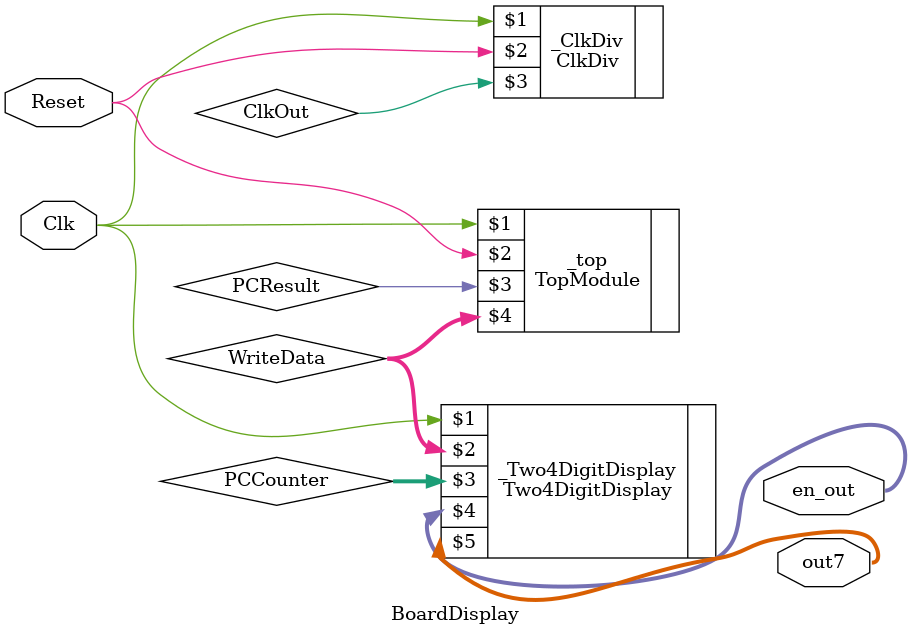
<source format=v>
`timescale 1ns / 1ps


module BoardDisplay(Clk, Reset, en_out, out7); 
    
    input Clk, Reset;
    output wire [7:0]en_out;
    output wire [6:0]out7;
    wire ClkOut;
    wire [31:0] PCCounter, WriteData;
    
    ClkDiv _ClkDiv(Clk, Reset, ClkOut);
    TopModule _top (Clk, Reset, PCResult, WriteData);
    
    Two4DigitDisplay _Two4DigitDisplay(Clk, WriteData, PCCounter, en_out, out7);

//    Two4DigitDisplay _Two4DigitDisplay(Clk, WB_WBToWD[15:0], WB_PCAddResult[15:0] - 4, en_out, out7);



endmodule

</source>
